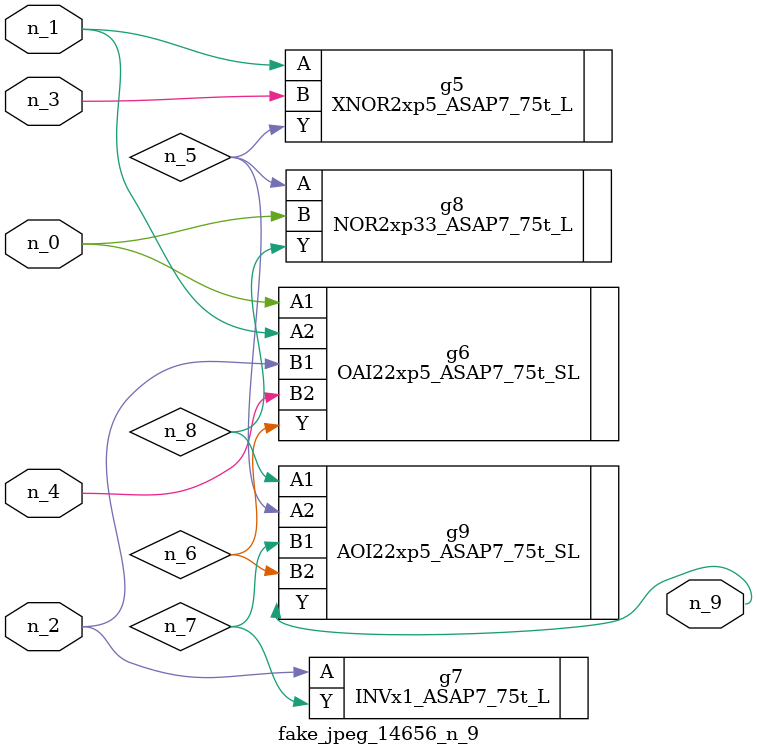
<source format=v>
module fake_jpeg_14656_n_9 (n_3, n_2, n_1, n_0, n_4, n_9);

input n_3;
input n_2;
input n_1;
input n_0;
input n_4;

output n_9;

wire n_8;
wire n_6;
wire n_5;
wire n_7;

XNOR2xp5_ASAP7_75t_L g5 ( 
.A(n_1),
.B(n_3),
.Y(n_5)
);

OAI22xp5_ASAP7_75t_SL g6 ( 
.A1(n_0),
.A2(n_1),
.B1(n_2),
.B2(n_4),
.Y(n_6)
);

INVx1_ASAP7_75t_L g7 ( 
.A(n_2),
.Y(n_7)
);

NOR2xp33_ASAP7_75t_L g8 ( 
.A(n_5),
.B(n_0),
.Y(n_8)
);

AOI22xp5_ASAP7_75t_SL g9 ( 
.A1(n_8),
.A2(n_5),
.B1(n_7),
.B2(n_6),
.Y(n_9)
);


endmodule
</source>
